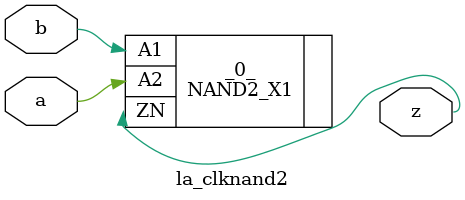
<source format=v>
/* Generated by Yosys 0.37 (git sha1 a5c7f69ed, clang 14.0.0-1ubuntu1.1 -fPIC -Os) */

module la_clknand2(a, b, z);
  input a;
  wire a;
  input b;
  wire b;
  output z;
  wire z;
  NAND2_X1 _0_ (
    .A1(b),
    .A2(a),
    .ZN(z)
  );
endmodule

</source>
